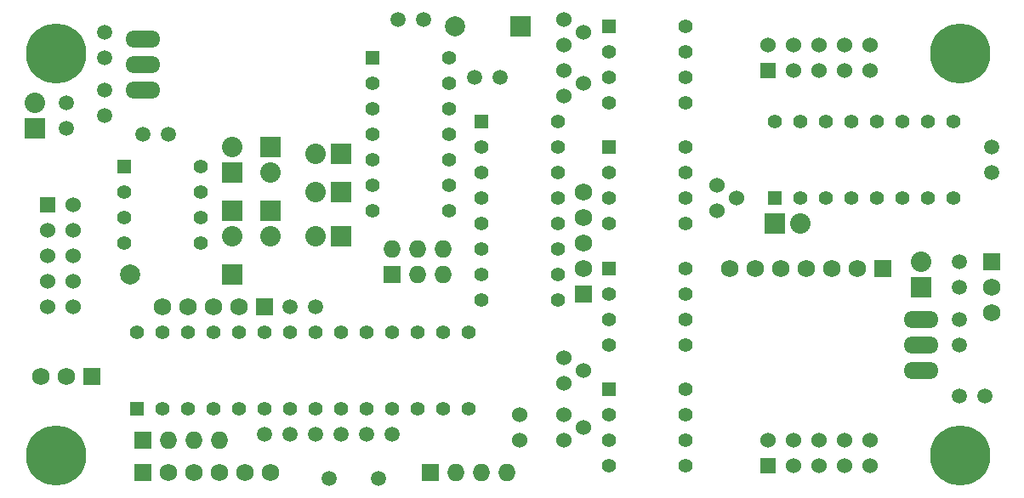
<source format=gbs>
%FSLAX36Y36*%
G04 Gerber Fmt 3.6, Leading zero omitted, Abs format (unit inch)*
G04 Created by KiCad (PCBNEW (2014-jul-16 BZR unknown)-product) date Thu 30 Oct 2014 09:58:48 AM PDT*
%MOIN*%
G01*
G04 APERTURE LIST*
%ADD10C,0.003937*%
%ADD11C,0.059100*%
%ADD12C,0.078700*%
%ADD13R,0.078700X0.078700*%
%ADD14C,0.236220*%
%ADD15R,0.068000X0.068000*%
%ADD16C,0.068000*%
%ADD17R,0.060000X0.060000*%
%ADD18C,0.060000*%
%ADD19O,0.068000X0.068000*%
%ADD20R,0.055000X0.055000*%
%ADD21C,0.055000*%
%ADD22O,0.137800X0.066900*%
%ADD23R,0.080000X0.080000*%
%ADD24O,0.080000X0.080000*%
G04 APERTURE END LIST*
D10*
D11*
X4325000Y-4050000D03*
X4325000Y-4150000D03*
X4175000Y-4425000D03*
X4175000Y-4325000D03*
X4325000Y-4375000D03*
X4325000Y-4275000D03*
X4950000Y-5625000D03*
X5050000Y-5625000D03*
D12*
X4425000Y-5000000D03*
D13*
X4825000Y-5000000D03*
D14*
X4133858Y-4133858D03*
X7677165Y-4133858D03*
X4133858Y-5708661D03*
X7677165Y-5708661D03*
D15*
X7800000Y-4950000D03*
D16*
X7800000Y-5050000D03*
X7800000Y-5150000D03*
D15*
X4275000Y-5400000D03*
D16*
X4175000Y-5400000D03*
X4075000Y-5400000D03*
D17*
X4100000Y-4725000D03*
D18*
X4200000Y-4725000D03*
X4100000Y-4825000D03*
X4200000Y-4825000D03*
X4100000Y-4925000D03*
X4200000Y-4925000D03*
X4100000Y-5025000D03*
X4200000Y-5025000D03*
X4100000Y-5125000D03*
X4200000Y-5125000D03*
D15*
X5600000Y-5775000D03*
D19*
X5700000Y-5775000D03*
X5800000Y-5775000D03*
X5900000Y-5775000D03*
D13*
X5953000Y-4025000D03*
D12*
X5697000Y-4025000D03*
D20*
X6300000Y-4500000D03*
D21*
X6300000Y-4600000D03*
X6300000Y-4700000D03*
X6300000Y-4800000D03*
X6600000Y-4800000D03*
X6600000Y-4700000D03*
X6600000Y-4600000D03*
X6600000Y-4500000D03*
D20*
X6300000Y-4975000D03*
D21*
X6300000Y-5075000D03*
X6300000Y-5175000D03*
X6300000Y-5275000D03*
X6600000Y-5275000D03*
X6600000Y-5175000D03*
X6600000Y-5075000D03*
X6600000Y-4975000D03*
D20*
X6300000Y-5450000D03*
D21*
X6300000Y-5550000D03*
X6300000Y-5650000D03*
X6300000Y-5750000D03*
X6600000Y-5750000D03*
X6600000Y-5650000D03*
X6600000Y-5550000D03*
X6600000Y-5450000D03*
D20*
X5375000Y-4150000D03*
D21*
X5375000Y-4250000D03*
X5375000Y-4350000D03*
X5375000Y-4450000D03*
X5375000Y-4550000D03*
X5375000Y-4650000D03*
X5375000Y-4750000D03*
X5675000Y-4750000D03*
X5675000Y-4650000D03*
X5675000Y-4550000D03*
X5675000Y-4450000D03*
X5675000Y-4350000D03*
X5675000Y-4250000D03*
X5675000Y-4150000D03*
D11*
X5203900Y-5800000D03*
X5396100Y-5800000D03*
D18*
X5950000Y-5550000D03*
X5950000Y-5650000D03*
D11*
X7775000Y-5475000D03*
X7675000Y-5475000D03*
X7675000Y-5050000D03*
X7675000Y-4950000D03*
X7675000Y-5175000D03*
X7675000Y-5275000D03*
X7800000Y-4500000D03*
X7800000Y-4600000D03*
X5250000Y-5625000D03*
X5150000Y-5625000D03*
X5350000Y-5625000D03*
X5450000Y-5625000D03*
X5150000Y-5125000D03*
X5050000Y-5125000D03*
X5475000Y-4000000D03*
X5575000Y-4000000D03*
X5875000Y-4225000D03*
X5775000Y-4225000D03*
D17*
X6925000Y-5750000D03*
D18*
X6925000Y-5650000D03*
X7025000Y-5750000D03*
X7025000Y-5650000D03*
X7125000Y-5750000D03*
X7125000Y-5650000D03*
X7225000Y-5750000D03*
X7225000Y-5650000D03*
X7325000Y-5750000D03*
X7325000Y-5650000D03*
D17*
X6925000Y-4200000D03*
D18*
X6925000Y-4100000D03*
X7025000Y-4200000D03*
X7025000Y-4100000D03*
X7125000Y-4200000D03*
X7125000Y-4100000D03*
X7225000Y-4200000D03*
X7225000Y-4100000D03*
X7325000Y-4200000D03*
X7325000Y-4100000D03*
D15*
X4475000Y-5775000D03*
D16*
X4575000Y-5775000D03*
X4675000Y-5775000D03*
X4775000Y-5775000D03*
X4875000Y-5775000D03*
X4975000Y-5775000D03*
D15*
X5450000Y-5000000D03*
D19*
X5450000Y-4900000D03*
X5550000Y-5000000D03*
X5550000Y-4900000D03*
X5650000Y-5000000D03*
X5650000Y-4900000D03*
D15*
X4475000Y-5650000D03*
D19*
X4575000Y-5650000D03*
X4675000Y-5650000D03*
X4775000Y-5650000D03*
D15*
X7375000Y-4975000D03*
D16*
X7275000Y-4975000D03*
X7175000Y-4975000D03*
X7075000Y-4975000D03*
X6975000Y-4975000D03*
X6875000Y-4975000D03*
X6775000Y-4975000D03*
D15*
X6200000Y-5075000D03*
D16*
X6200000Y-4975000D03*
X6200000Y-4875000D03*
X6200000Y-4775000D03*
X6200000Y-4675000D03*
D20*
X5800000Y-4400000D03*
D21*
X5800000Y-4500000D03*
X5800000Y-4600000D03*
X5800000Y-4700000D03*
X5800000Y-4800000D03*
X5800000Y-4900000D03*
X5800000Y-5000000D03*
X5800000Y-5100000D03*
X6100000Y-5100000D03*
X6100000Y-5000000D03*
X6100000Y-4900000D03*
X6100000Y-4800000D03*
X6100000Y-4700000D03*
X6100000Y-4600000D03*
X6100000Y-4500000D03*
X6100000Y-4400000D03*
D15*
X4950000Y-5125000D03*
D16*
X4850000Y-5125000D03*
X4750000Y-5125000D03*
X4650000Y-5125000D03*
X4550000Y-5125000D03*
D20*
X6300000Y-4025000D03*
D21*
X6300000Y-4125000D03*
X6300000Y-4225000D03*
X6300000Y-4325000D03*
X6600000Y-4325000D03*
X6600000Y-4225000D03*
X6600000Y-4125000D03*
X6600000Y-4025000D03*
D22*
X7525000Y-5275000D03*
X7525000Y-5375000D03*
X7525000Y-5175000D03*
D20*
X6950000Y-4700000D03*
D21*
X7050000Y-4700000D03*
X7150000Y-4700000D03*
X7250000Y-4700000D03*
X7350000Y-4700000D03*
X7450000Y-4700000D03*
X7550000Y-4700000D03*
X7650000Y-4700000D03*
X7650000Y-4400000D03*
X7550000Y-4400000D03*
X7450000Y-4400000D03*
X7350000Y-4400000D03*
X7250000Y-4400000D03*
X7150000Y-4400000D03*
X7050000Y-4400000D03*
X6950000Y-4400000D03*
D22*
X4475000Y-4175000D03*
X4475000Y-4075000D03*
X4475000Y-4275000D03*
D20*
X4400000Y-4575000D03*
D21*
X4400000Y-4675000D03*
X4400000Y-4775000D03*
X4400000Y-4875000D03*
X4700000Y-4875000D03*
X4700000Y-4775000D03*
X4700000Y-4675000D03*
X4700000Y-4575000D03*
X4550000Y-5525000D03*
X4650000Y-5525000D03*
X4750000Y-5525000D03*
X4850000Y-5525000D03*
X4950000Y-5525000D03*
X5050000Y-5525000D03*
X5150000Y-5525000D03*
X5250000Y-5525000D03*
X5350000Y-5525000D03*
X5450000Y-5525000D03*
X5550000Y-5525000D03*
X5650000Y-5525000D03*
X5750000Y-5525000D03*
D20*
X4450000Y-5525000D03*
D21*
X5750000Y-5225000D03*
X5650000Y-5225000D03*
X5550000Y-5225000D03*
X5450000Y-5225000D03*
X5350000Y-5225000D03*
X5250000Y-5225000D03*
X5150000Y-5225000D03*
X5050000Y-5225000D03*
X4950000Y-5225000D03*
X4850000Y-5225000D03*
X4750000Y-5225000D03*
X4650000Y-5225000D03*
X4550000Y-5225000D03*
X4450000Y-5225000D03*
D23*
X5250000Y-4850000D03*
D24*
X5150000Y-4850000D03*
D23*
X5250000Y-4675000D03*
D24*
X5150000Y-4675000D03*
D23*
X5250000Y-4525000D03*
D24*
X5150000Y-4525000D03*
D23*
X4050000Y-4425000D03*
D24*
X4050000Y-4325000D03*
D23*
X4975000Y-4750000D03*
D24*
X4975000Y-4850000D03*
D23*
X4975000Y-4500000D03*
D24*
X4975000Y-4600000D03*
D23*
X4825000Y-4600000D03*
D24*
X4825000Y-4500000D03*
D23*
X4825000Y-4750000D03*
D24*
X4825000Y-4850000D03*
D23*
X6950000Y-4800000D03*
D24*
X7050000Y-4800000D03*
D23*
X7525000Y-5050000D03*
D24*
X7525000Y-4950000D03*
D11*
X4575000Y-4450000D03*
X4475000Y-4450000D03*
D18*
X6125000Y-4000000D03*
X6200000Y-4050000D03*
X6125000Y-4100000D03*
X6125000Y-4200000D03*
X6200000Y-4250000D03*
X6125000Y-4300000D03*
X6125000Y-5550000D03*
X6200000Y-5600000D03*
X6125000Y-5650000D03*
X6125000Y-5325000D03*
X6200000Y-5375000D03*
X6125000Y-5425000D03*
X6725000Y-4650000D03*
X6800000Y-4700000D03*
X6725000Y-4750000D03*
M02*

</source>
